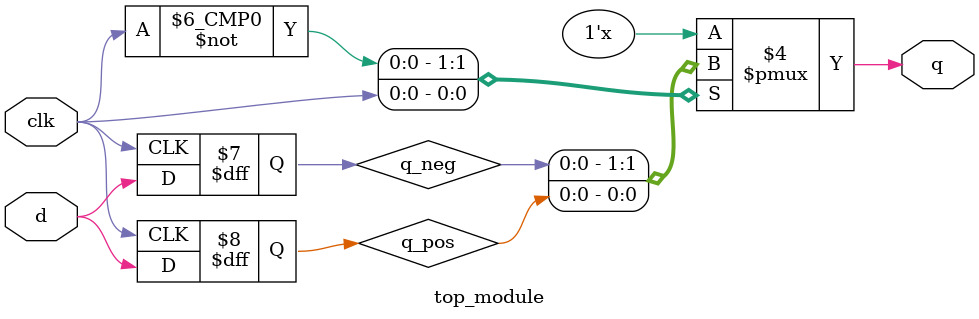
<source format=sv>
module top_module(
    input clk,
    input d,
    output reg q);

    // Dual-edge triggered flip-flop can be emulated using two regular flip-flops
    // One flip-flop triggered on positive clock edge, the other on negative clock edge
    // The outputs of the two flip-flops are then combined using a multiplexer

    reg q_pos, q_neg;

    always @(posedge clk) begin
        q_pos <= d;
    end

    always @(negedge clk) begin
        q_neg <= d;
    end

    // Use a multiplexer to select between the positive and negative edge triggered flip-flops
    always @(*) begin
        case (clk)
            1'b0: q = q_neg;
            1'b1: q = q_pos;
            default: q = q_pos; // Assign default value to avoid latch
        endcase
    end

endmodule

</source>
